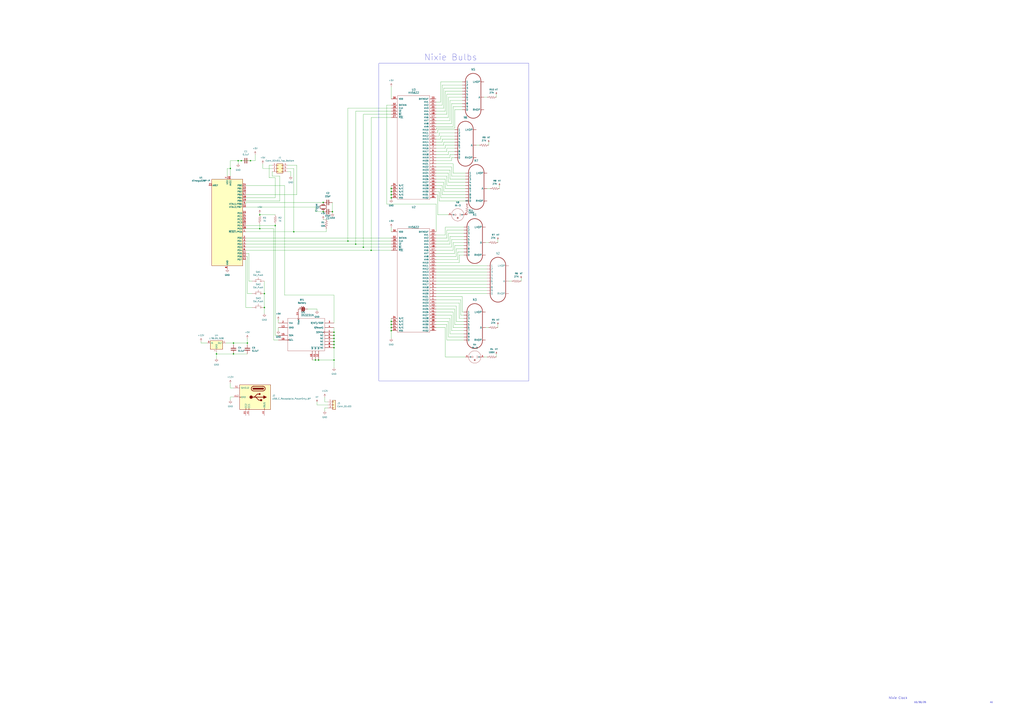
<source format=kicad_sch>
(kicad_sch (version 20250114) (generator "eeschema") (generator_version "9.0")
  (paper "A1")
  (lib_symbols
    (symbol "Connector:USB_C_Receptacle_PowerOnly_6P" (pin_names (offset 1.016))
      (property "Reference" "J" (at 0 16.51 0))
      (property "Value" "USB_C_Receptacle_PowerOnly_6P" (at 0 13.97 0))
      (symbol "USB_C_Receptacle_PowerOnly_6P_1_1"
        (pin passive line (at -7.62 -17.78 90) (length 5.08) (name "SHIELD") (number "S1"))
        (pin passive line (at 0 -17.78 90) (length 5.08) (name "GND") (number "A12"))
        (pin passive line (at 0 -17.78 90) (length 5.08) (hide yes) (name "GND") (number "B12"))
        (pin passive line (at 15.24 7.62 180) (length 5.08) (name "VBUS") (number "A9"))
        (pin passive line (at 15.24 7.62 180) (length 5.08) (hide yes) (name "VBUS") (number "B9"))
        (pin bidirectional line (at 15.24 -5.08 180) (length 5.08) (name "CC1") (number "A5"))
        (pin bidirectional line (at 15.24 -7.62 180) (length 5.08) (name "CC2") (number "B5"))
      )
    )
    (symbol "Connector_Generic:Conn_01x03" (pin_names (offset 1.016) (hide yes))
      (property "Reference" "J" (at 0 5.08 0))
      (property "Value" "Conn_01x03" (at 0 -5.08 0))
      (symbol "Conn_01x03_1_1"
        (pin passive line (at -5.08 2.54 0) (length 3.81) (name "Pin_1") (number "1"))
        (pin passive line (at -5.08 0 0) (length 3.81) (name "Pin_2") (number "2"))
        (pin passive line (at -5.08 -2.54 0) (length 3.81) (name "Pin_3") (number "3"))
      )
    )
    (symbol "Connector_Generic:Conn_02x03_Top_Bottom" (pin_names (offset 1.016) (hide yes))
      (property "Reference" "J" (at 1.27 5.08 0))
      (property "Value" "Conn_02x03_Top_Bottom" (at 1.27 -5.08 0))
      (symbol "Conn_02x03_Top_Bottom_1_1"
        (pin passive line (at -5.08 2.54 0) (length 3.81) (name "Pin_1") (number "1"))
        (pin passive line (at -5.08 0 0) (length 3.81) (name "Pin_2") (number "2"))
        (pin passive line (at -5.08 -2.54 0) (length 3.81) (name "Pin_3") (number "3"))
        (pin passive line (at 7.62 2.54 180) (length 3.81) (name "Pin_4") (number "4"))
        (pin passive line (at 7.62 0 180) (length 3.81) (name "Pin_5") (number "5"))
        (pin passive line (at 7.62 -2.54 180) (length 3.81) (name "Pin_6") (number "6"))
      )
    )
    (symbol "Device:C" (pin_numbers (hide yes)) (pin_names (offset 0.254))
      (property "Reference" "C" (at 0.635 2.54 0))
      (property "Value" "C" (at 0.635 -2.54 0))
      (symbol "C_1_1"
        (pin passive line (at 0 3.81 270) (length 2.794) (name "~") (number "1"))
        (pin passive line (at 0 -3.81 90) (length 2.794) (name "~") (number "2"))
      )
    )
    (symbol "Device:Crystal" (pin_numbers (hide yes)) (pin_names (offset 1.016) (hide yes))
      (property "Reference" "Y" (at 0 3.81 0))
      (property "Value" "Crystal" (at 0 -3.81 0))
      (symbol "Crystal_1_1"
        (pin passive line (at -3.81 0 0) (length 1.27) (name "1") (number "1"))
        (pin passive line (at 3.81 0 180) (length 1.27) (name "2") (number "2"))
      )
    )
    (symbol "Device:R_US" (pin_numbers (hide yes)) (pin_names (offset 0))
      (property "Reference" "R" (at 2.54 0 90))
      (property "Value" "R_US" (at -2.54 0 90))
      (symbol "R_US_1_1"
        (pin passive line (at 0 3.81 270) (length 1.27) (name "~") (number "1"))
        (pin passive line (at 0 -3.81 90) (length 1.27) (name "~") (number "2"))
      )
    )
    (symbol "MCU_Microchip_ATmega:ATmega328P-P"
      (property "Reference" "U" (at -12.7 36.83 0))
      (property "Value" "ATmega328P-P" (at 2.54 -36.83 0))
      (symbol "ATmega328P-P_1_1"
        (pin passive line (at -15.24 30.48 0) (length 2.54) (name "AREF") (number "21"))
        (pin power_in line (at 0 38.1 270) (length 2.54) (name "VCC") (number "7"))
        (pin passive line (at 0 -38.1 90) (length 2.54) (hide yes) (name "GND") (number "22"))
        (pin power_in line (at 0 -38.1 90) (length 2.54) (name "GND") (number "8"))
        (pin power_in line (at 2.54 38.1 270) (length 2.54) (name "AVCC") (number "20"))
        (pin bidirectional line (at 15.24 30.48 180) (length 2.54) (name "PB0") (number "14"))
        (pin bidirectional line (at 15.24 27.94 180) (length 2.54) (name "PB1") (number "15"))
        (pin bidirectional line (at 15.24 25.4 180) (length 2.54) (name "PB2") (number "16"))
        (pin bidirectional line (at 15.24 22.86 180) (length 2.54) (name "PB3") (number "17"))
        (pin bidirectional line (at 15.24 20.32 180) (length 2.54) (name "PB4") (number "18"))
        (pin bidirectional line (at 15.24 17.78 180) (length 2.54) (name "PB5") (number "19"))
        (pin bidirectional line (at 15.24 15.24 180) (length 2.54) (name "XTAL1/PB6") (number "9"))
        (pin bidirectional line (at 15.24 12.7 180) (length 2.54) (name "XTAL2/PB7") (number "10"))
        (pin bidirectional line (at 15.24 7.62 180) (length 2.54) (name "PC0") (number "23"))
        (pin bidirectional line (at 15.24 5.08 180) (length 2.54) (name "PC1") (number "24"))
        (pin bidirectional line (at 15.24 2.54 180) (length 2.54) (name "PC2") (number "25"))
        (pin bidirectional line (at 15.24 0 180) (length 2.54) (name "PC3") (number "26"))
        (pin bidirectional line (at 15.24 -2.54 180) (length 2.54) (name "PC4") (number "27"))
        (pin bidirectional line (at 15.24 -5.08 180) (length 2.54) (name "PC5") (number "28"))
        (pin bidirectional line (at 15.24 -7.62 180) (length 2.54) (name "~{RESET}/PC6") (number "1"))
        (pin bidirectional line (at 15.24 -12.7 180) (length 2.54) (name "PD0") (number "2"))
        (pin bidirectional line (at 15.24 -15.24 180) (length 2.54) (name "PD1") (number "3"))
        (pin bidirectional line (at 15.24 -17.78 180) (length 2.54) (name "PD2") (number "4"))
        (pin bidirectional line (at 15.24 -20.32 180) (length 2.54) (name "PD3") (number "5"))
        (pin bidirectional line (at 15.24 -22.86 180) (length 2.54) (name "PD4") (number "6"))
        (pin bidirectional line (at 15.24 -25.4 180) (length 2.54) (name "PD5") (number "11"))
        (pin bidirectional line (at 15.24 -27.94 180) (length 2.54) (name "PD6") (number "12"))
        (pin bidirectional line (at 15.24 -30.48 180) (length 2.54) (name "PD7") (number "13"))
      )
    )
    (symbol "Regulator_Linear:L78L05_SO8" (pin_names (offset 0.254))
      (property "Reference" "U" (at -3.81 3.175 0))
      (property "Value" "L78L05_SO8" (at 0 3.175 0))
      (symbol "L78L05_SO8_1_1"
        (pin power_in line (at -7.62 0 0) (length 2.54) (name "IN") (number "8"))
        (pin no_connect line (at -5.08 -2.54 0) (length 2.54) (hide yes) (name "NC") (number "4"))
        (pin passive line (at 0 -7.62 90) (length 2.54) (hide yes) (name "GND") (number "2"))
        (pin passive line (at 0 -7.62 90) (length 2.54) (hide yes) (name "GND") (number "3"))
        (pin passive line (at 0 -7.62 90) (length 2.54) (hide yes) (name "GND") (number "6"))
        (pin power_in line (at 0 -7.62 90) (length 2.54) (name "GND") (number "7"))
        (pin no_connect line (at 5.08 -2.54 180) (length 2.54) (hide yes) (name "NC") (number "5"))
        (pin power_out line (at 7.62 0 180) (length 2.54) (name "OUT") (number "1"))
      )
    )
    (symbol "Switch:SW_Push" (pin_numbers (hide yes)) (pin_names (offset 1.016) (hide yes))
      (property "Reference" "SW" (at 1.27 2.54 0))
      (property "Value" "SW_Push" (at 0 -1.524 0))
      (symbol "SW_Push_0_1"
        (pin passive line (at -5.08 0 0) (length 2.54) (name "1") (number "1"))
        (pin passive line (at 5.08 0 180) (length 2.54) (name "2") (number "2"))
      )
    )
    (symbol "nixie-cache:Battery" (pin_numbers (hide yes)) (pin_names (offset 0))
      (property "Reference" "BT" (at 2.54 1.27 0))
      (property "Value" "Battery" (at 2.54 -1.27 0))
      (symbol "Battery_1_1"
        (pin passive line (at 0 3.81 270) (length 2.54) (name "~") (number "1"))
        (pin passive line (at 0 -3.81 90) (length 2.54) (name "~") (number "2"))
      )
    )
    (symbol "nixie-cache:DS3231N" (pin_names (offset 1.016))
      (property "Reference" "U" (at 7.62 13.97 0))
      (property "Value" "DS3231N" (at -7.62 -10.16 0))
      (symbol "DS3231N_1_1"
        (pin power_in line (at -22.86 8.89 0) (length 7.62) (name "Vcc") (number "2"))
        (pin power_in line (at -22.86 5.08 0) (length 7.62) (name "GND") (number "13"))
        (pin bidirectional line (at -22.86 -1.27 0) (length 7.62) (name "SDA") (number "15"))
        (pin input clock (at -22.86 -5.08 0) (length 7.62) (name "SCL") (number "16"))
        (pin power_in clock (at -6.35 20.32 270) (length 7.62) (name "Vbat") (number "14"))
        (pin passive line (at 5.08 -21.59 90) (length 7.62) (name "NC") (number "10"))
        (pin passive line (at 7.62 -21.59 90) (length 7.62) (name "NC") (number "11"))
        (pin passive line (at 10.16 -21.59 90) (length 7.62) (name "NC") (number "12"))
        (pin output line (at 22.86 8.89 180) (length 7.62) (name "!(INT)/SQR") (number "3"))
        (pin bidirectional line (at 22.86 5.08 180) (length 7.62) (name "!(Reset)") (number "4"))
        (pin output clock (at 22.86 1.27 180) (length 7.62) (name "32KHz") (number "1"))
        (pin passive line (at 22.86 -1.27 180) (length 7.62) (name "NC") (number "5"))
        (pin passive line (at 22.86 -3.81 180) (length 7.62) (name "NC") (number "6"))
        (pin passive line (at 22.86 -6.35 180) (length 7.62) (name "NC") (number "7"))
        (pin passive line (at 22.86 -8.89 180) (length 7.62) (name "NC") (number "8"))
        (pin passive line (at 22.86 -11.43 180) (length 7.62) (name "NC") (number "9"))
      )
    )
    (symbol "nixie-cache:HV5622" (pin_names (offset 1.016))
      (property "Reference" "U" (at 0 -54.61 0))
      (property "Value" "HV5622" (at 0 -7.62 0))
      (symbol "HV5622_1_1"
        (pin input line (at -19.05 30.48 0) (length 5.08) (name "VDD") (number "30"))
        (pin input line (at -19.05 25.4 0) (length 5.08) (name "DATAIN") (number "32"))
        (pin input line (at -19.05 22.86 0) (length 5.08) (name "CLK") (number "28"))
        (pin input line (at -19.05 20.32 0) (length 5.08) (name "~{LE}") (number "31"))
        (pin input line (at -19.05 17.78 0) (length 5.08) (name "~{BL}") (number "33"))
        (pin input line (at -19.05 15.24 0) (length 5.08) (name "~{POL}") (number "27"))
        (pin output line (at -19.05 -40.64 0) (length 5.08) (name "N/C") (number "34"))
        (pin output line (at -19.05 -43.18 0) (length 5.08) (name "N/C") (number "26"))
        (pin output line (at -19.05 -45.72 0) (length 5.08) (name "N/C") (number "25"))
        (pin output line (at -19.05 -48.26 0) (length 5.08) (name "N/C") (number "24"))
        (pin input line (at -19.05 -50.8 0) (length 5.08) (name "VSS") (number "29"))
        (pin output line (at 17.78 30.48 180) (length 5.08) (name "DATAOUT") (number "23"))
        (pin output line (at 17.78 27.94 180) (length 5.08) (name "HV1") (number "22"))
        (pin output line (at 17.78 25.4 180) (length 5.08) (name "HV2") (number "21"))
        (pin output line (at 17.78 22.86 180) (length 5.08) (name "HV3") (number "20"))
        (pin output line (at 17.78 20.32 180) (length 5.08) (name "HV4") (number "19"))
        (pin output line (at 17.78 17.78 180) (length 5.08) (name "HV5") (number "18"))
        (pin output line (at 17.78 15.24 180) (length 5.08) (name "HV6") (number "17"))
        (pin output line (at 17.78 12.7 180) (length 5.08) (name "HV7") (number "16"))
        (pin output line (at 17.78 10.16 180) (length 5.08) (name "HV8") (number "15"))
        (pin output line (at 17.78 7.62 180) (length 5.08) (name "HV9") (number "14"))
        (pin output line (at 17.78 5.08 180) (length 5.08) (name "HV10") (number "13"))
        (pin output line (at 17.78 2.54 180) (length 5.08) (name "HV11") (number "12"))
        (pin output line (at 17.78 0 180) (length 5.08) (name "HV12") (number "11"))
        (pin output line (at 17.78 -2.54 180) (length 5.08) (name "HV13") (number "10"))
        (pin output line (at 17.78 -5.08 180) (length 5.08) (name "HV14") (number "9"))
        (pin output line (at 17.78 -7.62 180) (length 5.08) (name "HV15") (number "8"))
        (pin output line (at 17.78 -10.16 180) (length 5.08) (name "HV16") (number "7"))
        (pin output line (at 17.78 -12.7 180) (length 5.08) (name "HV17") (number "6"))
        (pin output line (at 17.78 -15.24 180) (length 5.08) (name "HV18") (number "5"))
        (pin output line (at 17.78 -17.78 180) (length 5.08) (name "HV19") (number "4"))
        (pin output line (at 17.78 -20.32 180) (length 5.08) (name "HV20") (number "3"))
        (pin output line (at 17.78 -22.86 180) (length 5.08) (name "HV21") (number "2"))
        (pin output line (at 17.78 -25.4 180) (length 5.08) (name "HV22") (number "1"))
        (pin output line (at 17.78 -27.94 180) (length 5.08) (name "HV23") (number "44"))
        (pin output line (at 17.78 -30.48 180) (length 5.08) (name "HV24") (number "43"))
        (pin output line (at 17.78 -33.02 180) (length 5.08) (name "HV25") (number "42"))
        (pin output line (at 17.78 -35.56 180) (length 5.08) (name "HV26") (number "41"))
        (pin output line (at 17.78 -38.1 180) (length 5.08) (name "HV27") (number "40"))
        (pin output line (at 17.78 -40.64 180) (length 5.08) (name "HV28") (number "39"))
        (pin output line (at 17.78 -43.18 180) (length 5.08) (name "HV29") (number "38"))
        (pin output line (at 17.78 -45.72 180) (length 5.08) (name "HV30") (number "37"))
        (pin output line (at 17.78 -48.26 180) (length 5.08) (name "HV31") (number "36"))
        (pin output line (at 17.78 -50.8 180) (length 5.08) (name "HV32") (number "35"))
      )
    )
    (symbol "nixie-cache:IN-3" (pin_names (offset 1.016))
      (property "Reference" "N" (at 1.27 3.175 0))
      (property "Value" "IN-3" (at 0 0 0))
      (symbol "IN-3_1_1"
        (pin bidirectional line (at -2.54 -2.54 0) (length 2.54) (name "A") (number "A"))
        (pin bidirectional line (at 12.7 -2.54 180) (length 2.54) (name "K") (number "K"))
      )
    )
    (symbol "nixies-us:IN-14"
      (property "Reference" "N" (at -2.54 18.415 0))
      (symbol "IN-14_1_0"
        (pin bidirectional line (at -7.62 10.16 0) (length 2.54) (name "1") (number "1"))
        (pin bidirectional line (at -7.62 7.62 0) (length 2.54) (name "2") (number "2"))
        (pin bidirectional line (at -7.62 5.08 0) (length 2.54) (name "3") (number "3"))
        (pin bidirectional line (at -7.62 2.54 0) (length 2.54) (name "4") (number "4"))
        (pin bidirectional line (at -7.62 0 0) (length 2.54) (name "5") (number "5"))
        (pin bidirectional line (at -7.62 -2.54 0) (length 2.54) (name "6") (number "6"))
        (pin bidirectional line (at -7.62 -5.08 0) (length 2.54) (name "7") (number "7"))
        (pin bidirectional line (at -7.62 -7.62 0) (length 2.54) (name "8") (number "8"))
        (pin bidirectional line (at -7.62 -10.16 0) (length 2.54) (name "9") (number "9"))
        (pin bidirectional line (at -7.62 -12.7 0) (length 2.54) (name "0") (number "0"))
        (pin bidirectional line (at 10.16 10.16 180) (length 2.54) (name "LHDP") (number "LHDP"))
        (pin bidirectional line (at 10.16 -2.54 180) (length 2.54) (name "A") (number "A"))
        (pin bidirectional line (at 10.16 -12.7 180) (length 2.54) (name "RHDP") (number "RHDP"))
      )
    )
    (symbol "power:+12V" (power) (pin_numbers (hide yes)) (pin_names (offset 0) (hide yes))
      (property "Value" "+12V" (at 0 3.556 0))
      (symbol "+12V_1_1"
        (pin power_in line (at 0 0 90) (length 0) (name "~") (number "1"))
      )
    )
    (symbol "power:+5V" (power) (pin_numbers (hide yes)) (pin_names (offset 0) (hide yes))
      (property "Value" "+5V" (at 0 3.556 0))
      (symbol "+5V_1_1"
        (pin power_in line (at 0 0 90) (length 0) (name "~") (number "1"))
      )
    )
    (symbol "power:GND" (power) (pin_numbers (hide yes)) (pin_names (offset 0) (hide yes))
      (property "Value" "GND" (at 0 -3.81 0))
      (symbol "GND_1_1"
        (pin power_in line (at 0 0 270) (length 0) (name "~") (number "1"))
      )
    )
    (symbol "power:HT" (power) (pin_numbers (hide yes)) (pin_names (offset 0) (hide yes))
      (property "Value" "HT" (at 0 3.048 0))
      (symbol "HT_0_0"
        (pin power_in line (at 0 0 90) (length 0) (name "~") (number "1"))
      )
    )
  )
  (rectangle (start 311.15 52.07) (end 434.34 313.055))
  (text "Nixie Clock" (at 737.616 573.786 0) (effects (font (size 1.778 1.778))))
  (text "Nixie Bulbs" (at 370.078 47.244 0) (effects (font (size 5.08 5.08))))
  (text "10/30/25" (at 755.65 577.342 0) (effects (font (size 1.27 1.27))))
  (text "A1" (at 814.324 577.342 0) (effects (font (size 1.27 1.27))))
  (junction (at 321.31 157.48))
  (junction (at 304.8 205.74))
  (junction (at 321.31 271.78))
  (junction (at 274.32 273.05))
  (junction (at 321.31 266.7))
  (junction (at 205.74 132.08))
  (junction (at 321.31 264.16))
  (junction (at 203.2 281.94))
  (junction (at 321.31 269.24))
  (junction (at 273.05 173.99))
  (junction (at 195.58 132.08))
  (junction (at 265.43 173.99))
  (junction (at 191.77 290.83))
  (junction (at 198.12 132.08))
  (junction (at 261.62 295.91))
  (junction (at 274.32 280.67))
  (junction (at 321.31 162.56))
  (junction (at 265.43 166.37))
  (junction (at 213.36 187.96))
  (junction (at 191.77 281.94))
  (junction (at 217.17 241.3))
  (junction (at 274.32 295.91))
  (junction (at 241.3 190.5))
  (junction (at 321.31 154.94))
  (junction (at 189.23 138.43))
  (junction (at 274.32 283.21))
  (junction (at 213.36 176.53))
  (junction (at 298.45 203.2))
  (junction (at 292.1 200.66))
  (junction (at 321.31 160.02))
  (junction (at 217.17 252.73))
  (junction (at 226.06 185.42))
  (junction (at 177.8 290.83))
  (junction (at 274.32 278.13))
  (junction (at 285.75 198.12))
  (junction (at 274.32 285.75))
  (junction (at 259.08 295.91))
  (junction (at 274.32 275.59))
  (wire (pts (xy 398.78 269.24) (xy 401.32 269.24)))
  (wire (pts (xy 292.1 91.44) (xy 292.1 200.66)))
  (wire (pts (xy 209.55 132.08) (xy 205.74 132.08)))
  (wire (pts (xy 417.83 231.14) (xy 420.37 231.14)))
  (wire (pts (xy 201.93 203.2) (xy 298.45 203.2)))
  (wire (pts (xy 365.76 186.69) (xy 381 186.69)))
  (wire (pts (xy 224.79 279.4) (xy 224.79 187.96)))
  (wire (pts (xy 217.17 241.3) (xy 217.17 252.73)))
  (wire (pts (xy 370.84 196.85) (xy 370.84 203.2)))
  (wire (pts (xy 368.3 198.12) (xy 358.14 198.12)))
  (wire (pts (xy 358.14 228.6) (xy 400.05 228.6)))
  (wire (pts (xy 377.19 261.62) (xy 381 261.62)))
  (wire (pts (xy 260.35 332.74) (xy 269.24 332.74)))
  (wire (pts (xy 379.73 69.85) (xy 363.22 69.85)))
  (wire (pts (xy 226.06 275.59) (xy 228.6 275.59)))
  (wire (pts (xy 266.7 330.2) (xy 266.7 326.39)))
  (wire (pts (xy 292.1 200.66) (xy 321.31 200.66)))
  (wire (pts (xy 367.03 195.58) (xy 358.14 195.58)))
  (wire (pts (xy 321.31 152.4) (xy 321.31 154.94)))
  (wire (pts (xy 372.11 205.74) (xy 358.14 205.74)))
  (wire (pts (xy 369.57 127) (xy 369.57 129.54)))
  (wire (pts (xy 220.98 146.05) (xy 226.06 146.05)))
  (wire (pts (xy 359.41 109.22) (xy 358.14 109.22)))
  (wire (pts (xy 368.3 80.01) (xy 368.3 96.52)))
  (wire (pts (xy 259.08 295.91) (xy 261.62 295.91)))
  (wire (pts (xy 317.5 86.36) (xy 317.5 167.64)))
  (wire (pts (xy 185.42 281.94) (xy 191.77 281.94)))
  (wire (pts (xy 370.84 85.09) (xy 370.84 101.6)))
  (wire (pts (xy 410.21 152.4) (xy 410.21 154.94)))
  (wire (pts (xy 321.31 186.69) (xy 321.31 190.5)))
  (wire (pts (xy 274.32 295.91) (xy 274.32 302.26)))
  (wire (pts (xy 373.38 201.93) (xy 381 201.93)))
  (wire (pts (xy 365.76 119.38) (xy 365.76 121.92)))
  (wire (pts (xy 189.23 326.39) (xy 189.23 328.93)))
  (wire (pts (xy 241.3 190.5) (xy 201.93 190.5)))
  (wire (pts (xy 367.03 121.92) (xy 367.03 124.46)))
  (wire (pts (xy 321.31 269.24) (xy 321.31 271.78)))
  (wire (pts (xy 382.27 144.78) (xy 370.84 144.78)))
  (wire (pts (xy 186.69 138.43) (xy 189.23 138.43)))
  (wire (pts (xy 363.22 114.3) (xy 363.22 116.84)))
  (wire (pts (xy 364.49 88.9) (xy 364.49 72.39)))
  (wire (pts (xy 261.62 295.91) (xy 274.32 295.91)))
  (wire (pts (xy 372.11 87.63) (xy 379.73 87.63)))
  (wire (pts (xy 367.03 266.7) (xy 358.14 266.7)))
  (wire (pts (xy 367.03 124.46) (xy 358.14 124.46)))
  (wire (pts (xy 191.77 326.39) (xy 189.23 326.39)))
  (wire (pts (xy 370.84 101.6) (xy 358.14 101.6)))
  (wire (pts (xy 361.95 67.31) (xy 379.73 67.31)))
  (wire (pts (xy 358.14 264.16) (xy 368.3 264.16)))
  (wire (pts (xy 236.22 135.89) (xy 243.84 135.89)))
  (wire (pts (xy 379.73 243.84) (xy 379.73 256.54)))
  (wire (pts (xy 364.49 72.39) (xy 379.73 72.39)))
  (wire (pts (xy 207.01 252.73) (xy 201.93 252.73)))
  (wire (pts (xy 358.14 105.41) (xy 358.14 106.68)))
  (wire (pts (xy 372.11 134.62) (xy 358.14 134.62)))
  (wire (pts (xy 321.31 271.78) (xy 321.31 278.13)))
  (wire (pts (xy 285.75 88.9) (xy 285.75 198.12)))
  (wire (pts (xy 373.38 208.28) (xy 358.14 208.28)))
  (wire (pts (xy 189.23 318.77) (xy 189.23 314.96)))
  (wire (pts (xy 367.03 93.98) (xy 367.03 77.47)))
  (wire (pts (xy 267.97 187.96) (xy 267.97 190.5)))
  (wire (pts (xy 201.93 185.42) (xy 226.06 185.42)))
  (wire (pts (xy 220.98 135.89) (xy 220.98 146.05)))
  (wire (pts (xy 369.57 139.7) (xy 369.57 147.32)))
  (wire (pts (xy 358.14 233.68) (xy 400.05 233.68)))
  (wire (pts (xy 195.58 132.08) (xy 195.58 134.62)))
  (wire (pts (xy 377.19 248.92) (xy 377.19 261.62)))
  (wire (pts (xy 379.73 85.09) (xy 370.84 85.09)))
  (wire (pts (xy 369.57 194.31) (xy 381 194.31)))
  (wire (pts (xy 358.14 243.84) (xy 379.73 243.84)))
  (wire (pts (xy 369.57 274.32) (xy 369.57 261.62)))
  (wire (pts (xy 373.38 109.22) (xy 360.68 109.22)))
  (wire (pts (xy 260.35 255.27) (xy 260.35 254)))
  (wire (pts (xy 368.3 191.77) (xy 381 191.77)))
  (wire (pts (xy 369.57 194.31) (xy 369.57 200.66)))
  (wire (pts (xy 370.84 196.85) (xy 381 196.85)))
  (wire (pts (xy 358.14 269.24) (xy 365.76 269.24)))
  (wire (pts (xy 266.7 335.28) (xy 266.7 337.82)))
  (wire (pts (xy 186.69 144.78) (xy 186.69 138.43)))
  (wire (pts (xy 201.93 205.74) (xy 304.8 205.74)))
  (wire (pts (xy 170.18 281.94) (xy 165.1 281.94)))
  (wire (pts (xy 207.01 241.3) (xy 203.2 241.3)))
  (wire (pts (xy 358.14 99.06) (xy 369.57 99.06)))
  (wire (pts (xy 365.76 154.94) (xy 365.76 147.32)))
  (wire (pts (xy 321.31 264.16) (xy 321.31 266.7)))
  (wire (pts (xy 427.99 228.6) (xy 427.99 231.14)))
  (wire (pts (xy 360.68 165.1) (xy 360.68 157.48)))
  (wire (pts (xy 298.45 203.2) (xy 321.31 203.2)))
  (wire (pts (xy 269.24 330.2) (xy 266.7 330.2)))
  (wire (pts (xy 358.14 83.82) (xy 361.95 83.82)))
  (wire (pts (xy 265.43 166.37) (xy 201.93 166.37)))
  (wire (pts (xy 368.3 127) (xy 358.14 127)))
  (wire (pts (xy 236.22 138.43) (xy 241.3 138.43)))
  (wire (pts (xy 213.36 187.96) (xy 201.93 187.96)))
  (wire (pts (xy 373.38 106.68) (xy 359.41 106.68)))
  (wire (pts (xy 361.95 114.3) (xy 358.14 114.3)))
  (wire (pts (xy 213.36 175.26) (xy 213.36 176.53)))
  (wire (pts (xy 397.51 80.01) (xy 400.05 80.01)))
  (wire (pts (xy 381 259.08) (xy 378.46 259.08)))
  (wire (pts (xy 274.32 273.05) (xy 274.32 275.59)))
  (wire (pts (xy 165.1 281.94) (xy 165.1 280.67)))
  (wire (pts (xy 363.22 152.4) (xy 358.14 152.4)))
  (wire (pts (xy 367.03 144.78) (xy 367.03 152.4)))
  (wire (pts (xy 203.2 278.13) (xy 203.2 281.94)))
  (wire (pts (xy 321.31 93.98) (xy 298.45 93.98)))
  (wire (pts (xy 201.93 198.12) (xy 285.75 198.12)))
  (wire (pts (xy 400.05 154.94) (xy 402.59 154.94)))
  (wire (pts (xy 267.97 190.5) (xy 241.3 190.5)))
  (wire (pts (xy 365.76 147.32) (xy 358.14 147.32)))
  (wire (pts (xy 238.76 140.97) (xy 238.76 144.78)))
  (wire (pts (xy 364.49 157.48) (xy 382.27 157.48)))
  (wire (pts (xy 368.3 276.86) (xy 381 276.86)))
  (wire (pts (xy 407.67 77.47) (xy 407.67 80.01)))
  (wire (pts (xy 189.23 144.78) (xy 189.23 138.43)))
  (wire (pts (xy 259.08 170.18) (xy 259.08 173.99)))
  (wire (pts (xy 365.76 186.69) (xy 365.76 193.04)))
  (wire (pts (xy 191.77 290.83) (xy 203.2 290.83)))
  (wire (pts (xy 375.92 207.01) (xy 375.92 213.36)))
  (wire (pts (xy 374.65 204.47) (xy 381 204.47)))
  (wire (pts (xy 226.06 184.15) (xy 226.06 185.42)))
  (wire (pts (xy 201.93 166.37) (xy 201.93 167.64)))
  (wire (pts (xy 361.95 162.56) (xy 382.27 162.56)))
  (wire (pts (xy 369.57 82.55) (xy 379.73 82.55)))
  (wire (pts (xy 321.31 71.12) (xy 321.31 81.28)))
  (wire (pts (xy 381 279.4) (xy 367.03 279.4)))
  (wire (pts (xy 189.23 132.08) (xy 189.23 138.43)))
  (wire (pts (xy 364.49 119.38) (xy 358.14 119.38)))
  (wire (pts (xy 203.2 210.82) (xy 201.93 210.82)))
  (wire (pts (xy 361.95 83.82) (xy 361.95 67.31)))
  (wire (pts (xy 204.47 208.28) (xy 201.93 208.28)))
  (wire (pts (xy 215.9 138.43) (xy 215.9 134.62)))
  (wire (pts (xy 269.24 335.28) (xy 266.7 335.28)))
  (wire (pts (xy 217.17 252.73) (xy 217.17 257.81)))
  (wire (pts (xy 359.41 160.02) (xy 359.41 176.53)))
  (wire (pts (xy 370.84 259.08) (xy 370.84 271.78)))
  (wire (pts (xy 274.32 280.67) (xy 274.32 283.21)))
  (wire (pts (xy 375.92 213.36) (xy 358.14 213.36)))
  (wire (pts (xy 358.14 254) (xy 373.38 254)))
  (wire (pts (xy 321.31 154.94) (xy 321.31 157.48)))
  (wire (pts (xy 201.93 200.66) (xy 292.1 200.66)))
  (wire (pts (xy 228.6 262.89) (xy 228.6 265.43)))
  (wire (pts (xy 203.2 281.94) (xy 191.77 281.94)))
  (wire (pts (xy 260.35 330.2) (xy 260.35 332.74)))
  (wire (pts (xy 408.94 266.7) (xy 408.94 269.24)))
  (wire (pts (xy 373.38 129.54) (xy 370.84 129.54)))
  (wire (pts (xy 321.31 160.02) (xy 321.31 162.56)))
  (wire (pts (xy 375.92 207.01) (xy 381 207.01)))
  (wire (pts (xy 382.27 165.1) (xy 360.68 165.1)))
  (wire (pts (xy 374.65 204.47) (xy 374.65 210.82)))
  (wire (pts (xy 379.73 90.17) (xy 373.38 90.17)))
  (wire (pts (xy 177.8 290.83) (xy 177.8 294.64)))
  (wire (pts (xy 273.05 166.37) (xy 273.05 173.99)))
  (wire (pts (xy 358.14 220.98) (xy 400.05 220.98)))
  (wire (pts (xy 382.27 142.24) (xy 372.11 142.24)))
  (wire (pts (xy 321.31 266.7) (xy 321.31 269.24)))
  (wire (pts (xy 243.84 160.02) (xy 201.93 160.02)))
  (wire (pts (xy 382.27 149.86) (xy 368.3 149.86)))
  (wire (pts (xy 191.77 318.77) (xy 189.23 318.77)))
  (wire (pts (xy 359.41 106.68) (xy 359.41 109.22)))
  (wire (pts (xy 203.2 241.3) (xy 203.2 210.82)))
  (wire (pts (xy 367.03 77.47) (xy 379.73 77.47)))
  (wire (pts (xy 372.11 142.24) (xy 372.11 134.62)))
  (wire (pts (xy 382.27 154.94) (xy 365.76 154.94)))
  (wire (pts (xy 381 269.24) (xy 372.11 269.24)))
  (wire (pts (xy 373.38 127) (xy 369.57 127)))
  (wire (pts (xy 191.77 283.21) (xy 191.77 281.94)))
  (wire (pts (xy 229.87 144.78) (xy 229.87 165.1)))
  (wire (pts (xy 273.05 173.99) (xy 273.05 175.26)))
  (wire (pts (xy 358.14 241.3) (xy 400.05 241.3)))
  (wire (pts (xy 377.19 209.55) (xy 377.19 215.9)))
  (wire (pts (xy 358.14 238.76) (xy 400.05 238.76)))
  (wire (pts (xy 368.3 96.52) (xy 358.14 96.52)))
  (wire (pts (xy 363.22 69.85) (xy 363.22 86.36)))
  (wire (pts (xy 363.22 160.02) (xy 363.22 152.4)))
  (wire (pts (xy 377.19 209.55) (xy 381 209.55)))
  (wire (pts (xy 321.31 91.44) (xy 292.1 91.44)))
  (wire (pts (xy 358.14 223.52) (xy 400.05 223.52)))
  (wire (pts (xy 358.14 88.9) (xy 364.49 88.9)))
  (wire (pts (xy 321.31 157.48) (xy 321.31 160.02)))
  (wire (pts (xy 369.57 147.32) (xy 382.27 147.32)))
  (wire (pts (xy 321.31 162.56) (xy 321.31 163.83)))
  (wire (pts (xy 374.65 251.46) (xy 358.14 251.46)))
  (wire (pts (xy 373.38 119.38) (xy 365.76 119.38)))
  (wire (pts (xy 177.8 289.56) (xy 177.8 290.83)))
  (wire (pts (xy 367.03 189.23) (xy 381 189.23)))
  (wire (pts (xy 223.52 144.78) (xy 229.87 144.78)))
  (wire (pts (xy 360.68 157.48) (xy 358.14 157.48)))
  (wire (pts (xy 265.43 173.99) (xy 259.08 173.99)))
  (wire (pts (xy 374.65 264.16) (xy 374.65 251.46)))
  (wire (pts (xy 365.76 121.92) (xy 358.14 121.92)))
  (wire (pts (xy 204.47 231.14) (xy 204.47 208.28)))
  (wire (pts (xy 369.57 261.62) (xy 358.14 261.62)))
  (wire (pts (xy 189.23 132.08) (xy 195.58 132.08)))
  (wire (pts (xy 274.32 269.24) (xy 274.32 273.05)))
  (wire (pts (xy 360.68 109.22) (xy 360.68 111.76)))
  (wire (pts (xy 252.73 254) (xy 260.35 254)))
  (wire (pts (xy 365.76 193.04) (xy 358.14 193.04)))
  (wire (pts (xy 370.84 203.2) (xy 358.14 203.2)))
  (wire (pts (xy 358.14 236.22) (xy 400.05 236.22)))
  (wire (pts (xy 265.43 180.34) (xy 267.97 180.34)))
  (wire (pts (xy 203.2 283.21) (xy 203.2 281.94)))
  (wire (pts (xy 368.3 124.46) (xy 368.3 127)))
  (wire (pts (xy 201.93 252.73) (xy 201.93 213.36)))
  (wire (pts (xy 256.54 295.91) (xy 259.08 295.91)))
  (wire (pts (xy 213.36 184.15) (xy 213.36 187.96)))
  (wire (pts (xy 373.38 105.41) (xy 358.14 105.41)))
  (wire (pts (xy 243.84 135.89) (xy 243.84 160.02)))
  (wire (pts (xy 407.67 290.83) (xy 407.67 293.37)))
  (wire (pts (xy 177.8 290.83) (xy 191.77 290.83)))
  (wire (pts (xy 223.52 138.43) (xy 215.9 138.43)))
  (wire (pts (xy 381 274.32) (xy 369.57 274.32)))
  (wire (pts (xy 358.14 226.06) (xy 400.05 226.06)))
  (wire (pts (xy 259.08 170.18) (xy 201.93 170.18)))
  (wire (pts (xy 373.38 254) (xy 373.38 266.7)))
  (wire (pts (xy 372.11 199.39) (xy 372.11 205.74)))
  (wire (pts (xy 363.22 116.84) (xy 358.14 116.84)))
  (wire (pts (xy 358.14 144.78) (xy 367.03 144.78)))
  (wire (pts (xy 207.01 231.14) (xy 204.47 231.14)))
  (wire (pts (xy 358.14 139.7) (xy 369.57 139.7)))
  (wire (pts (xy 365.76 91.44) (xy 358.14 91.44)))
  (wire (pts (xy 274.32 285.75) (xy 274.32 295.91)))
  (wire (pts (xy 223.52 135.89) (xy 220.98 135.89)))
  (wire (pts (xy 372.11 269.24) (xy 372.11 256.54)))
  (wire (pts (xy 236.22 140.97) (xy 238.76 140.97)))
  (wire (pts (xy 233.68 242.57) (xy 274.32 242.57)))
  (wire (pts (xy 379.73 80.01) (xy 368.3 80.01)))
  (wire (pts (xy 201.93 195.58) (xy 321.31 195.58)))
  (wire (pts (xy 398.78 199.39) (xy 401.32 199.39)))
  (wire (pts (xy 364.49 149.86) (xy 364.49 157.48)))
  (wire (pts (xy 382.27 160.02) (xy 363.22 160.02)))
  (wire (pts (xy 321.31 86.36) (xy 317.5 86.36)))
  (wire (pts (xy 317.5 167.64) (xy 358.14 167.64)))
  (wire (pts (xy 223.52 140.97) (xy 223.52 144.78)))
  (wire (pts (xy 372.11 199.39) (xy 381 199.39)))
  (wire (pts (xy 201.93 152.4) (xy 233.68 152.4)))
  (wire (pts (xy 358.14 259.08) (xy 370.84 259.08)))
  (wire (pts (xy 226.06 185.42) (xy 226.06 275.59)))
  (wire (pts (xy 359.41 176.53) (xy 368.3 176.53)))
  (wire (pts (xy 367.03 152.4) (xy 382.27 152.4)))
  (wire (pts (xy 358.14 93.98) (xy 367.03 93.98)))
  (wire (pts (xy 374.65 210.82) (xy 358.14 210.82)))
  (wire (pts (xy 363.22 86.36) (xy 358.14 86.36)))
  (wire (pts (xy 358.14 248.92) (xy 377.19 248.92)))
  (wire (pts (xy 321.31 261.62) (xy 321.31 264.16)))
  (wire (pts (xy 401.32 116.84) (xy 401.32 119.38)))
  (wire (pts (xy 229.87 165.1) (xy 201.93 165.1)))
  (wire (pts (xy 373.38 114.3) (xy 363.22 114.3)))
  (wire (pts (xy 369.57 200.66) (xy 358.14 200.66)))
  (wire (pts (xy 370.84 129.54) (xy 370.84 132.08)))
  (wire (pts (xy 358.14 104.14) (xy 372.11 104.14)))
  (wire (pts (xy 365.76 293.37) (xy 382.27 293.37)))
  (wire (pts (xy 381 264.16) (xy 374.65 264.16)))
  (wire (pts (xy 358.14 218.44) (xy 400.05 218.44)))
  (wire (pts (xy 226.06 162.56) (xy 201.93 162.56)))
  (wire (pts (xy 361.95 154.94) (xy 361.95 162.56)))
  (wire (pts (xy 364.49 116.84) (xy 364.49 119.38)))
  (wire (pts (xy 321.31 96.52) (xy 304.8 96.52)))
  (wire (pts (xy 358.14 154.94) (xy 361.95 154.94)))
  (wire (pts (xy 368.3 149.86) (xy 368.3 142.24)))
  (wire (pts (xy 195.58 132.08) (xy 198.12 132.08)))
  (wire (pts (xy 391.16 119.38) (xy 393.7 119.38)))
  (wire (pts (xy 397.51 293.37) (xy 400.05 293.37)))
  (wire (pts (xy 379.73 74.93) (xy 365.76 74.93)))
  (wire (pts (xy 369.57 129.54) (xy 358.14 129.54)))
  (wire (pts (xy 365.76 74.93) (xy 365.76 91.44)))
  (wire (pts (xy 368.3 264.16) (xy 368.3 276.86)))
  (wire (pts (xy 285.75 198.12) (xy 321.31 198.12)))
  (wire (pts (xy 373.38 266.7) (xy 381 266.7)))
  (wire (pts (xy 372.11 104.14) (xy 372.11 87.63)))
  (wire (pts (xy 360.68 111.76) (xy 358.14 111.76)))
  (wire (pts (xy 304.8 205.74) (xy 321.31 205.74)))
  (wire (pts (xy 304.8 96.52) (xy 304.8 205.74)))
  (wire (pts (xy 369.57 99.06) (xy 369.57 82.55)))
  (wire (pts (xy 373.38 124.46) (xy 368.3 124.46)))
  (wire (pts (xy 298.45 93.98) (xy 298.45 203.2)))
  (wire (pts (xy 373.38 121.92) (xy 367.03 121.92)))
  (wire (pts (xy 378.46 246.38) (xy 358.14 246.38)))
  (wire (pts (xy 370.84 137.16) (xy 358.14 137.16)))
  (wire (pts (xy 217.17 231.14) (xy 217.17 241.3)))
  (wire (pts (xy 408.94 196.85) (xy 408.94 199.39)))
  (wire (pts (xy 372.11 256.54) (xy 358.14 256.54)))
  (wire (pts (xy 373.38 111.76) (xy 361.95 111.76)))
  (wire (pts (xy 367.03 189.23) (xy 367.03 195.58)))
  (wire (pts (xy 198.12 132.08) (xy 205.74 132.08)))
  (wire (pts (xy 358.14 167.64) (xy 358.14 190.5)))
  (wire (pts (xy 370.84 132.08) (xy 358.14 132.08)))
  (wire (pts (xy 358.14 149.86) (xy 364.49 149.86)))
  (wire (pts (xy 209.55 127) (xy 209.55 132.08)))
  (wire (pts (xy 368.3 191.77) (xy 368.3 198.12)))
  (wire (pts (xy 358.14 160.02) (xy 359.41 160.02)))
  (wire (pts (xy 370.84 271.78) (xy 381 271.78)))
  (wire (pts (xy 228.6 269.24) (xy 228.6 271.78)))
  (wire (pts (xy 373.38 116.84) (xy 364.49 116.84)))
  (wire (pts (xy 373.38 90.17) (xy 373.38 105.41)))
  (wire (pts (xy 358.14 231.14) (xy 400.05 231.14)))
  (wire (pts (xy 233.68 152.4) (xy 233.68 242.57)))
  (wire (pts (xy 365.76 269.24) (xy 365.76 293.37)))
  (wire (pts (xy 274.32 283.21) (xy 274.32 285.75)))
  (wire (pts (xy 274.32 242.57) (xy 274.32 265.43)))
  (wire (pts (xy 377.19 215.9) (xy 358.14 215.9)))
  (wire (pts (xy 226.06 146.05) (xy 226.06 162.56)))
  (wire (pts (xy 379.73 256.54) (xy 381 256.54)))
  (wire (pts (xy 274.32 278.13) (xy 274.32 280.67)))
  (wire (pts (xy 367.03 279.4) (xy 367.03 266.7)))
  (wire (pts (xy 241.3 138.43) (xy 241.3 190.5)))
  (wire (pts (xy 224.79 279.4) (xy 228.6 279.4)))
  (wire (pts (xy 321.31 88.9) (xy 285.75 88.9)))
  (wire (pts (xy 213.36 176.53) (xy 226.06 176.53)))
  (wire (pts (xy 274.32 275.59) (xy 274.32 278.13)))
  (wire (pts (xy 361.95 111.76) (xy 361.95 114.3)))
  (wire (pts (xy 378.46 259.08) (xy 378.46 246.38)))
  (wire (pts (xy 370.84 144.78) (xy 370.84 137.16)))
  (wire (pts (xy 224.79 187.96) (xy 213.36 187.96)))
  (wire (pts (xy 373.38 201.93) (xy 373.38 208.28)))
  (wire (pts (xy 368.3 142.24) (xy 358.14 142.24)))
  (symbol (lib_id "power:GND") (at 186.69 220.98 0) (unit 1)
    (property "Reference" "#PWR02" (effects (hide yes)))
    (property "Value" "GND" (at 186.69 226.06 0))
    (property "Description" "Power symbol creates a global label with name \"GND\" , ground" (effects (hide yes)))
  )
  (symbol (lib_id "Switch:SW_Push") (at 212.09 252.73 0) (unit 1)
    (property "Reference" "SW3" (at 212.09 245.11 0))
    (property "Value" "SW_Push" (at 212.09 247.65 0))
    (property "Footprint" "Button_Switch_SMD:Nidec_Copal_CAS-120A" (effects (hide yes)))
    (property "Description" "Push button switch, generic, two pins" (effects (hide yes)))
  )
  (symbol (lib_id "Device:C") (at 191.77 287.02 0) (unit 1)
    (property "Reference" "C4" (at 195.58 285.7499 0) (effects (justify left)))
    (property "Value" "0.1uF" (at 195.58 288.2899 0) (effects (justify left)))
    (property "Footprint" "Capacitor_SMD:C_2220_5750Metric" (effects (hide yes)))
    (property "Description" "Unpolarized capacitor" (effects (hide yes)))
  )
  (symbol (lib_id "nixies-us:IN-14") (at 381 116.84 0) (unit 1)
    (property "Reference" "N6" (at 382.27 96.52 0) (effects (font (size 1.778 1.5113))))
    (property "Footprint" "nixies-us:nixies-us-IN-14" (effects (hide yes)))
    (property "Description" "IN-14: medium numeric frontview nixie tube" (effects (hide yes)))
  )
  (symbol (lib_id "Switch:SW_Push") (at 212.09 241.3 0) (unit 1)
    (property "Reference" "SW2" (at 212.09 233.68 0))
    (property "Value" "SW_Push" (at 212.09 236.22 0))
    (property "Footprint" "Button_Switch_SMD:Nidec_Copal_CAS-120A" (effects (hide yes)))
    (property "Description" "Push button switch, generic, two pins" (effects (hide yes)))
  )
  (symbol (lib_id "power:HT") (at 260.35 330.2 0) (unit 1)
    (property "Reference" "#PWR031" (effects (hide yes)))
    (property "Value" "HT" (at 260.35 326.39 0))
    (property "Description" "Power symbol creates a global label with name \"HT\"" (effects (hide yes)))
  )
  (symbol (lib_id "nixies-us:IN-14") (at 407.67 228.6 0) (unit 1)
    (property "Reference" "N2" (at 408.94 208.28 0) (effects (font (size 1.778 1.5113))))
    (property "Footprint" "nixies-us:nixies-us-IN-14" (effects (hide yes)))
    (property "Description" "IN-14: medium numeric frontview nixie tube" (effects (hide yes)))
  )
  (symbol (lib_id "nixie-cache:HV5622") (at 340.36 111.76 0) (unit 1)
    (property "Reference" "U3" (at 339.725 73.66 0) (effects (font (size 1.524 1.524))))
    (property "Value" "HV5622" (at 339.725 76.2 0) (effects (font (size 1.524 1.524))))
    (property "Footprint" "HV5622PG-G:QFP80P1390X1390X235-44N" (effects (hide yes)))
  )
  (symbol (lib_id "power:+5V") (at 209.55 127 0) (unit 1)
    (property "Reference" "#PWR04" (effects (hide yes)))
    (property "Value" "+5V" (at 209.55 121.92 0))
    (property "Description" "Power symbol creates a global label with name \"+5V\"" (effects (hide yes)))
  )
  (symbol (lib_id "Connector_Generic:Conn_02x03_Top_Bottom") (at 228.6 138.43 0) (unit 1)
    (property "Reference" "J1" (at 229.87 129.54 0))
    (property "Value" "Conn_02x03_Top_Bottom" (at 229.87 132.08 0))
    (property "Footprint" "Connector_PinHeader_1.00mm:PinHeader_1x01_P1.00mm_Horizontal" (effects (hide yes)))
    (property "Description" "Generic connector, double row, 02x03, top/bottom pin numbering scheme (row 1: 1...pins_per_row, row2: pins_per_row+1 ... num_pins), script generated (kicad-library-utils/schlib/autogen/connector/)" (effects (hide yes)))
  )
  (symbol (lib_id "Device:R_US") (at 405.13 269.24 90) (unit 1)
    (property "Reference" "R5" (at 405.13 262.89 90))
    (property "Value" "27K" (at 405.13 265.43 90))
    (property "Footprint" "Resistor_SMD:R_0201_0603Metric" (effects (hide yes)))
    (property "Description" "Resistor, US symbol" (effects (hide yes)))
  )
  (symbol (lib_id "Connector_Generic:Conn_01x03") (at 274.32 332.74 0) (unit 1)
    (property "Reference" "J3" (at 276.86 331.4699 0) (effects (justify left)))
    (property "Value" "Conn_01x03" (at 276.86 334.0099 0) (effects (justify left)))
    (property "Footprint" "Connector_PinHeader_1.00mm:PinHeader_1x01_P1.00mm_Horizontal" (effects (hide yes)))
    (property "Description" "Generic connector, single row, 01x03, script generated (kicad-library-utils/schlib/autogen/connector/)" (effects (hide yes)))
  )
  (symbol (lib_id "Device:R_US") (at 403.86 80.01 90) (unit 1)
    (property "Reference" "R10" (at 403.86 73.66 90))
    (property "Value" "27K" (at 403.86 76.2 90))
    (property "Footprint" "Resistor_SMD:R_0201_0603Metric" (effects (hide yes)))
    (property "Description" "Resistor, US symbol" (effects (hide yes)))
  )
  (symbol (lib_id "power:+12V") (at 266.7 326.39 0) (unit 1)
    (property "Reference" "#PWR032" (effects (hide yes)))
    (property "Value" "+12V" (at 266.7 321.31 0))
    (property "Description" "Power symbol creates a global label with name \"+12V\"" (effects (hide yes)))
  )
  (symbol (lib_id "power:GND") (at 321.31 278.13 0) (unit 1)
    (property "Reference" "#PWR07" (effects (hide yes)))
    (property "Value" "GND" (at 321.31 283.21 0))
    (property "Description" "Power symbol creates a global label with name \"GND\" , ground" (effects (hide yes)))
  )
  (symbol (lib_id "power:GND") (at 177.8 294.64 0) (unit 1)
    (property "Reference" "#PWR019" (effects (hide yes)))
    (property "Value" "GND" (at 177.8 299.72 0))
    (property "Description" "Power symbol creates a global label with name \"GND\" , ground" (effects (hide yes)))
  )
  (symbol (lib_id "MCU_Microchip_ATmega:ATmega328P-P") (at 186.69 182.88 0) (unit 1)
    (property "Reference" "U1" (at 165.1 145.9798 0))
    (property "Value" "ATmega328P-P" (at 165.1 148.5198 0))
    (property "Footprint" "Package_DIP:DIP-28_W7.62mm" (effects (hide yes)))
    (property "Datasheet" "http://ww1.microchip.com/downloads/en/DeviceDoc/ATmega328_P%20AVR%20MCU%20with%20picoPower%20Technology%20Data%20Sheet%2040001984A.pdf" (effects (hide yes)))
    (property "Description" "20MHz, 32kB Flash, 2kB SRAM, 1kB EEPROM, DIP-28" (effects (hide yes)))
  )
  (symbol (lib_id "power:HT") (at 383.54 168.91 0) (unit 1)
    (property "Reference" "#PWR030" (effects (hide yes)))
    (property "Value" "HT" (at 383.54 165.1 0))
    (property "Description" "Power symbol creates a global label with name \"HT\"" (effects (hide yes)))
  )
  (symbol (lib_id "power:+5V") (at 321.31 71.12 0) (unit 1)
    (property "Reference" "#PWR05" (effects (hide yes)))
    (property "Value" "+5V" (at 321.31 66.04 0))
    (property "Description" "Power symbol creates a global label with name \"+5V\"" (effects (hide yes)))
  )
  (symbol (lib_id "nixies-us:IN-14") (at 389.89 152.4 0) (unit 1)
    (property "Reference" "N7" (at 391.16 132.08 0) (effects (font (size 1.778 1.5113))))
    (property "Footprint" "nixies-us:nixies-us-IN-14" (effects (hide yes)))
    (property "Description" "IN-14: medium numeric frontview nixie tube" (effects (hide yes)))
  )
  (symbol (lib_id "power:GND") (at 217.17 257.81 0) (unit 1)
    (property "Reference" "#PWR01" (effects (hide yes)))
    (property "Value" "GND" (at 217.17 262.89 0))
    (property "Description" "Power symbol creates a global label with name \"GND\" , ground" (effects (hide yes)))
  )
  (symbol (lib_id "Device:R_US") (at 406.4 154.94 90) (unit 1)
    (property "Reference" "R8" (at 406.4 148.59 90))
    (property "Value" "27K" (at 406.4 151.13 90))
    (property "Footprint" "Resistor_SMD:R_0201_0603Metric" (effects (hide yes)))
    (property "Description" "Resistor, US symbol" (effects (hide yes)))
  )
  (symbol (lib_id "nixie-cache:IN-3") (at 381 179.07 180) (unit 1)
    (property "Reference" "N8" (at 375.92 166.37 0))
    (property "Value" "IN-3" (at 375.92 168.91 0))
    (property "Footprint" "russian-nixies:russian-nixies-IN-3" (effects (hide yes)))
  )
  (symbol (lib_id "Device:R_US") (at 213.36 180.34 0) (unit 1)
    (property "Reference" "R3" (at 215.9 179.0699 0) (effects (justify left)))
    (property "Value" "7K" (at 215.9 181.6099 0) (effects (justify left)))
    (property "Footprint" "Resistor_SMD:R_0201_0603Metric" (effects (hide yes)))
    (property "Description" "Resistor, US symbol" (effects (hide yes)))
  )
  (symbol (lib_id "power:GND") (at 273.05 175.26 0) (unit 1)
    (property "Reference" "#PWR012" (effects (hide yes)))
    (property "Value" "GND" (at 273.05 179.07 0))
    (property "Description" "Power symbol creates a global label with name \"GND\" , ground" (effects (hide yes)))
  )
  (symbol (lib_id "Connector:USB_C_Receptacle_PowerOnly_6P") (at 209.55 326.39 270) (unit 1)
    (property "Reference" "J2" (at 223.52 325.1199 90) (effects (justify left)))
    (property "Value" "USB_C_Receptacle_PowerOnly_6P" (at 223.52 327.6599 90) (effects (justify left)))
    (property "Footprint" "Connector_USB:USB_C_Plug_JAE_DX07P024AJ1" (effects (hide yes)))
    (property "Datasheet" "https://www.usb.org/sites/default/files/documents/usb_type-c.zip" (effects (hide yes)))
    (property "Description" "USB Power-Only 6P Type-C Receptacle connector" (effects (hide yes)))
  )
  (symbol (lib_id "power:GND") (at 266.7 337.82 0) (unit 1)
    (property "Reference" "#PWR033" (effects (hide yes)))
    (property "Value" "GND" (at 266.7 342.9 0))
    (property "Description" "Power symbol creates a global label with name \"GND\" , ground" (effects (hide yes)))
  )
  (symbol (lib_id "Device:R_US") (at 267.97 184.15 0) (unit 1)
    (property "Reference" "R1" (at 263.906 182.88 0) (effects (justify left)))
    (property "Value" "10K" (at 263.398 185.674 0) (effects (justify left)))
    (property "Footprint" "Resistor_SMD:R_0201_0603Metric" (effects (hide yes)))
    (property "Description" "Resistor, US symbol" (effects (hide yes)))
  )
  (symbol (lib_id "power:+5V") (at 215.9 134.62 0) (unit 1)
    (property "Reference" "#PWR010" (effects (hide yes)))
    (property "Value" "+5V" (at 215.9 129.54 0))
    (property "Description" "Power symbol creates a global label with name \"+5V\"" (effects (hide yes)))
  )
  (symbol (lib_id "power:GND") (at 321.31 163.83 0) (unit 1)
    (property "Reference" "#PWR08" (effects (hide yes)))
    (property "Value" "GND" (at 321.31 168.91 0))
    (property "Description" "Power symbol creates a global label with name \"GND\" , ground" (effects (hide yes)))
  )
  (symbol (lib_id "Device:C") (at 201.93 132.08 90) (unit 1)
    (property "Reference" "C1" (at 201.93 124.46 90))
    (property "Value" "0.1uF" (at 201.93 127 90))
    (property "Footprint" "Capacitor_SMD:C_2220_5750Metric" (effects (hide yes)))
    (property "Description" "Unpolarized capacitor" (effects (hide yes)))
  )
  (symbol (lib_id "Device:C") (at 269.24 173.99 270) (unit 1)
    (property "Reference" "C3" (at 269.24 179.578 90))
    (property "Value" "22pF" (at 269.24 177.292 90))
    (property "Footprint" "Capacitor_SMD:C_2220_5750Metric" (effects (hide yes)))
    (property "Description" "Unpolarized capacitor" (effects (hide yes)))
  )
  (symbol (lib_id "nixie-cache:HV5622") (at 340.36 220.98 0) (unit 1)
    (property "Reference" "U2" (at 339.725 170.18 0) (effects (font (size 1.524 1.524))))
    (property "Value" "HV5622" (at 339.725 186.69 0) (effects (font (size 1.524 1.524))))
    (property "Footprint" "HV5622PG-G:QFP80P1390X1390X235-44N" (effects (hide yes)))
  )
  (symbol (lib_id "power:GND") (at 228.6 271.78 0) (unit 1)
    (property "Reference" "#PWR013" (effects (hide yes)))
    (property "Value" "GND" (at 228.6 276.86 0))
    (property "Description" "Power symbol creates a global label with name \"GND\" , ground" (effects (hide yes)))
  )
  (symbol (lib_id "power:HT") (at 401.32 116.84 0) (unit 1)
    (property "Reference" "#PWR028" (effects (hide yes)))
    (property "Value" "HT" (at 401.32 113.03 0))
    (property "Description" "Power symbol creates a global label with name \"HT\"" (effects (hide yes)))
  )
  (symbol (lib_id "nixie-cache:DS3231N") (at 251.46 274.32 0) (unit 1)
    (property "Reference" "U5" (at 247.2533 256.54 0) (effects (font (size 1.524 1.524)) (justify left)))
    (property "Value" "DS3231N" (at 247.2533 259.08 0) (effects (font (size 1.524 1.524)) (justify left)))
    (property "Footprint" "DS3231SN#:SOIC127P1032X265-16N" (effects (hide yes)))
  )
  (symbol (lib_id "power:+5V") (at 265.43 180.34 0) (unit 1)
    (property "Reference" "#PWR011" (effects (hide yes)))
    (property "Value" "+5V" (at 265.43 175.26 0))
    (property "Description" "Power symbol creates a global label with name \"+5V\"" (effects (hide yes)))
  )
  (symbol (lib_id "power:GND") (at 238.76 144.78 0) (unit 1)
    (property "Reference" "#PWR09" (effects (hide yes)))
    (property "Value" "GND" (at 238.76 149.86 0))
    (property "Description" "Power symbol creates a global label with name \"GND\" , ground" (effects (hide yes)))
  )
  (symbol (lib_id "power:HT") (at 427.99 228.6 0) (unit 1)
    (property "Reference" "#PWR025" (effects (hide yes)))
    (property "Value" "HT" (at 427.99 224.79 0))
    (property "Description" "Power symbol creates a global label with name \"HT\"" (effects (hide yes)))
  )
  (symbol (lib_id "power:GND") (at 260.35 255.27 0) (unit 1)
    (property "Reference" "#PWR015" (effects (hide yes)))
    (property "Value" "GND" (at 260.35 260.35 0))
    (property "Description" "Power symbol creates a global label with name \"GND\" , ground" (effects (hide yes)))
  )
  (symbol (lib_id "Device:R_US") (at 424.18 231.14 90) (unit 1)
    (property "Reference" "R6" (at 424.18 224.79 90))
    (property "Value" "27K" (at 424.18 227.33 90))
    (property "Footprint" "Resistor_SMD:R_0201_0603Metric" (effects (hide yes)))
    (property "Description" "Resistor, US symbol" (effects (hide yes)))
  )
  (symbol (lib_id "nixie-cache:IN-3") (at 394.97 295.91 180) (unit 1)
    (property "Reference" "N4" (at 389.89 283.21 0))
    (property "Value" "IN-3" (at 389.89 285.75 0))
    (property "Footprint" "russian-nixies:russian-nixies-IN-3" (effects (hide yes)))
  )
  (symbol (lib_id "power:HT") (at 410.21 152.4 0) (unit 1)
    (property "Reference" "#PWR027" (effects (hide yes)))
    (property "Value" "HT" (at 410.21 148.59 0))
    (property "Description" "Power symbol creates a global label with name \"HT\"" (effects (hide yes)))
  )
  (symbol (lib_id "Device:R_US") (at 403.86 293.37 90) (unit 1)
    (property "Reference" "R4" (at 403.86 287.02 90))
    (property "Value" "100K" (at 403.86 289.56 90))
    (property "Footprint" "Resistor_SMD:R_0201_0603Metric" (effects (hide yes)))
    (property "Description" "Resistor, US symbol" (effects (hide yes)))
  )
  (symbol (lib_id "power:+5V") (at 203.2 278.13 0) (unit 1)
    (property "Reference" "#PWR020" (effects (hide yes)))
    (property "Value" "+5V" (at 203.2 273.05 0))
    (property "Description" "Power symbol creates a global label with name \"+5V\"" (effects (hide yes)))
  )
  (symbol (lib_id "nixies-us:IN-14") (at 387.35 77.47 0) (unit 1)
    (property "Reference" "N5" (at 388.62 57.15 0) (effects (font (size 1.778 1.5113))))
    (property "Footprint" "nixies-us:nixies-us-IN-14" (effects (hide yes)))
    (property "Description" "IN-14: medium numeric frontview nixie tube" (effects (hide yes)))
  )
  (symbol (lib_id "Device:R_US") (at 226.06 180.34 0) (unit 1)
    (property "Reference" "R2" (at 228.6 179.0699 0) (effects (justify left)))
    (property "Value" "7K" (at 228.6 181.6099 0) (effects (justify left)))
    (property "Footprint" "Resistor_SMD:R_0201_0603Metric" (effects (hide yes)))
    (property "Description" "Resistor, US symbol" (effects (hide yes)))
  )
  (symbol (lib_id "power:GND") (at 189.23 328.93 0) (unit 1)
    (property "Reference" "#PWR022" (effects (hide yes)))
    (property "Value" "GND" (at 189.23 334.01 0))
    (property "Description" "Power symbol creates a global label with name \"GND\" , ground" (effects (hide yes)))
  )
  (symbol (lib_id "nixie-cache:Battery") (at 248.92 254 90) (unit 1)
    (property "Reference" "BT1" (at 248.031 246.38 90))
    (property "Value" "Battery" (at 248.031 248.92 90))
    (property "Footprint" "Battery:Battery_Panasonic_CR2032-HFN_Horizontal_CircularHoles" (effects (hide yes)))
  )
  (symbol (lib_id "Regulator_Linear:L78L05_SO8") (at 177.8 281.94 0) (unit 1)
    (property "Reference" "U4" (at 177.8 275.59 0))
    (property "Value" "L78L05_SO8" (at 177.8 278.13 0))
    (property "Footprint" "Package_SO:SOIC-8_3.9x4.9mm_P1.27mm" (effects (hide yes)))
    (property "Datasheet" "http://www.st.com/content/ccc/resource/technical/document/datasheet/15/55/e5/aa/23/5b/43/fd/CD00000446.pdf/files/CD00000446.pdf/jcr:content/translations/en.CD00000446.pdf" (effects (hide yes)))
    (property "Description" "Positive 100mA 30V Linear Regulator, Fixed Output 5V, SO-8" (effects (hide yes)))
  )
  (symbol (lib_id "Device:C") (at 203.2 287.02 0) (unit 1)
    (property "Reference" "C5" (at 207.01 285.7499 0) (effects (justify left)))
    (property "Value" "0.1uF" (at 207.01 288.2899 0) (effects (justify left)))
    (property "Footprint" "Capacitor_SMD:C_2220_5750Metric" (effects (hide yes)))
    (property "Description" "Unpolarized capacitor" (effects (hide yes)))
  )
  (symbol (lib_id "power:+12V") (at 189.23 314.96 0) (unit 1)
    (property "Reference" "#PWR021" (effects (hide yes)))
    (property "Value" "+12V" (at 189.23 309.88 0))
    (property "Description" "Power symbol creates a global label with name \"+12V\"" (effects (hide yes)))
  )
  (symbol (lib_id "power:+5V") (at 213.36 175.26 0) (unit 1)
    (property "Reference" "#PWR017" (effects (hide yes)))
    (property "Value" "+5V" (at 213.36 170.18 0))
    (property "Description" "Power symbol creates a global label with name \"+5V\"" (effects (hide yes)))
  )
  (symbol (lib_id "power:GND") (at 274.32 302.26 0) (unit 1)
    (property "Reference" "#PWR016" (effects (hide yes)))
    (property "Value" "GND" (at 274.32 307.34 0))
    (property "Description" "Power symbol creates a global label with name \"GND\" , ground" (effects (hide yes)))
  )
  (symbol (lib_id "nixies-us:IN-14") (at 388.62 196.85 0) (unit 1)
    (property "Reference" "N1" (at 389.89 176.53 0) (effects (font (size 1.778 1.5113))))
    (property "Footprint" "nixies-us:nixies-us-IN-14" (effects (hide yes)))
    (property "Description" "IN-14: medium numeric frontview nixie tube" (effects (hide yes)))
  )
  (symbol (lib_id "Device:Crystal") (at 265.43 170.18 90) (unit 1)
    (property "Reference" "Y1" (at 261.62 168.91 0) (effects (justify right)))
    (property "Value" "Crystal" (at 259.842 167.132 0) (effects (justify right)))
    (property "Footprint" "nixiemisc:nixiemisc-CRYSTAL-SMD-2.0X1.6MM" (effects (hide yes)))
    (property "Description" "Two pin crystal" (effects (hide yes)))
  )
  (symbol (lib_id "Device:R_US") (at 383.54 172.72 0) (unit 1)
    (property "Reference" "R11" (at 384.81 172.974 0) (effects (justify left)))
    (property "Value" "100K" (at 384.556 174.752 0) (effects (justify left)))
    (property "Footprint" "Resistor_SMD:R_0201_0603Metric" (effects (hide yes)))
    (property "Description" "Resistor, US symbol" (effects (hide yes)))
  )
  (symbol (lib_id "power:+5V") (at 321.31 186.69 0) (unit 1)
    (property "Reference" "#PWR06" (effects (hide yes)))
    (property "Value" "+5V" (at 321.31 181.61 0))
    (property "Description" "Power symbol creates a global label with name \"+5V\"" (effects (hide yes)))
  )
  (symbol (lib_id "power:HT") (at 408.94 196.85 0) (unit 1)
    (property "Reference" "#PWR026" (effects (hide yes)))
    (property "Value" "HT" (at 408.94 193.04 0))
    (property "Description" "Power symbol creates a global label with name \"HT\"" (effects (hide yes)))
  )
  (symbol (lib_id "Device:C") (at 269.24 166.37 90) (unit 1)
    (property "Reference" "C2" (at 269.24 158.75 90))
    (property "Value" "22pF" (at 269.24 161.29 90))
    (property "Footprint" "Capacitor_SMD:C_2220_5750Metric" (effects (hide yes)))
    (property "Description" "Unpolarized capacitor" (effects (hide yes)))
  )
  (symbol (lib_id "Device:R_US") (at 397.51 119.38 90) (unit 1)
    (property "Reference" "R9" (at 397.51 113.03 90))
    (property "Value" "27K" (at 397.51 115.57 90))
    (property "Footprint" "Resistor_SMD:R_0201_0603Metric" (effects (hide yes)))
    (property "Description" "Resistor, US symbol" (effects (hide yes)))
  )
  (symbol (lib_id "power:HT") (at 407.67 290.83 0) (unit 1)
    (property "Reference" "#PWR023" (effects (hide yes)))
    (property "Value" "HT" (at 407.67 287.02 0))
    (property "Description" "Power symbol creates a global label with name \"HT\"" (effects (hide yes)))
  )
  (symbol (lib_id "power:+12V") (at 165.1 280.67 0) (unit 1)
    (property "Reference" "#PWR018" (effects (hide yes)))
    (property "Value" "+12V" (at 165.1 275.59 0))
    (property "Description" "Power symbol creates a global label with name \"+12V\"" (effects (hide yes)))
  )
  (symbol (lib_id "power:HT") (at 408.94 266.7 0) (unit 1)
    (property "Reference" "#PWR024" (effects (hide yes)))
    (property "Value" "HT" (at 408.94 262.89 0))
    (property "Description" "Power symbol creates a global label with name \"HT\"" (effects (hide yes)))
  )
  (symbol (lib_id "power:HT") (at 407.67 77.47 0) (unit 1)
    (property "Reference" "#PWR029" (effects (hide yes)))
    (property "Value" "HT" (at 407.67 73.66 0))
    (property "Description" "Power symbol creates a global label with name \"HT\"" (effects (hide yes)))
  )
  (symbol (lib_id "Switch:SW_Push") (at 212.09 231.14 0) (unit 1)
    (property "Reference" "SW1" (at 212.09 223.52 0))
    (property "Value" "SW_Push" (at 212.09 226.06 0))
    (property "Footprint" "Button_Switch_SMD:Nidec_Copal_CAS-120A" (effects (hide yes)))
    (property "Description" "Push button switch, generic, two pins" (effects (hide yes)))
  )
  (symbol (lib_id "power:+5V") (at 228.6 262.89 0) (unit 1)
    (property "Reference" "#PWR014" (effects (hide yes)))
    (property "Value" "+5V" (at 228.6 257.81 0))
    (property "Description" "Power symbol creates a global label with name \"+5V\"" (effects (hide yes)))
  )
  (symbol (lib_id "power:GND") (at 195.58 134.62 0) (unit 1)
    (property "Reference" "#PWR03" (effects (hide yes)))
    (property "Value" "GND" (at 195.58 139.7 0))
    (property "Description" "Power symbol creates a global label with name \"GND\" , ground" (effects (hide yes)))
  )
  (symbol (lib_id "nixies-us:IN-14") (at 388.62 266.7 0) (unit 1)
    (property "Reference" "N3" (at 389.89 246.38 0) (effects (font (size 1.778 1.5113))))
    (property "Footprint" "nixies-us:nixies-us-IN-14" (effects (hide yes)))
    (property "Description" "IN-14: medium numeric frontview nixie tube" (effects (hide yes)))
  )
  (symbol (lib_id "Device:R_US") (at 405.13 199.39 90) (unit 1)
    (property "Reference" "R7" (at 405.13 193.04 90))
    (property "Value" "27K" (at 405.13 195.58 90))
    (property "Footprint" "Resistor_SMD:R_0201_0603Metric" (effects (hide yes)))
    (property "Description" "Resistor, US symbol" (effects (hide yes)))
  )
)
</source>
